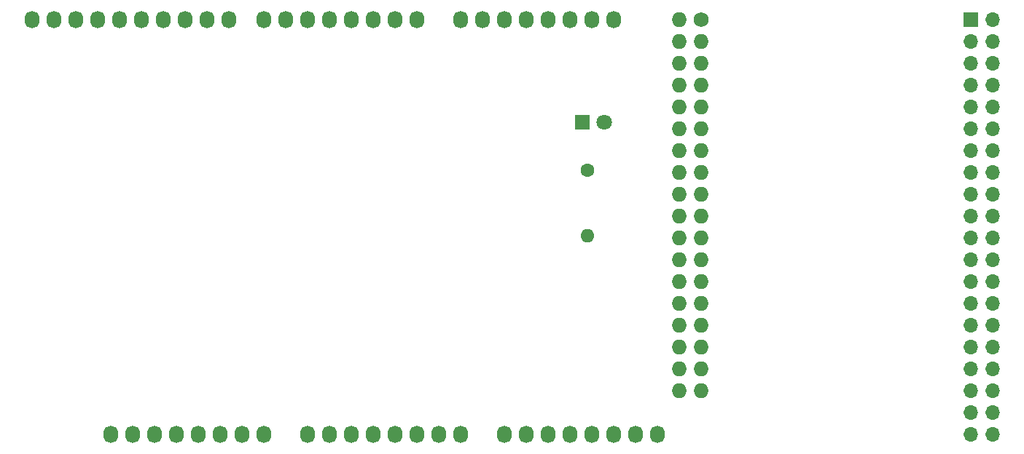
<source format=gbr>
%TF.GenerationSoftware,KiCad,Pcbnew,6.0.2+dfsg-1*%
%TF.CreationDate,2022-06-12T22:28:19-04:00*%
%TF.ProjectId,kim1-earthpeople,6b696d31-2d65-4617-9274-6870656f706c,rev?*%
%TF.SameCoordinates,Original*%
%TF.FileFunction,Soldermask,Bot*%
%TF.FilePolarity,Negative*%
%FSLAX46Y46*%
G04 Gerber Fmt 4.6, Leading zero omitted, Abs format (unit mm)*
G04 Created by KiCad (PCBNEW 6.0.2+dfsg-1) date 2022-06-12 22:28:19*
%MOMM*%
%LPD*%
G01*
G04 APERTURE LIST*
%ADD10O,1.727200X2.032000*%
%ADD11O,1.727200X1.727200*%
%ADD12C,1.727200*%
%ADD13C,1.600000*%
%ADD14O,1.600000X1.600000*%
%ADD15R,1.800000X1.800000*%
%ADD16C,1.800000*%
%ADD17R,1.700000X1.700000*%
%ADD18O,1.700000X1.700000*%
G04 APERTURE END LIST*
D10*
%TO.C,P2*%
X131318000Y-119126000D03*
X133858000Y-119126000D03*
X136398000Y-119126000D03*
X138938000Y-119126000D03*
X141478000Y-119126000D03*
X144018000Y-119126000D03*
X146558000Y-119126000D03*
X149098000Y-119126000D03*
%TD*%
%TO.C,P3*%
X154178000Y-119126000D03*
X156718000Y-119126000D03*
X159258000Y-119126000D03*
X161798000Y-119126000D03*
X164338000Y-119126000D03*
X166878000Y-119126000D03*
X169418000Y-119126000D03*
X171958000Y-119126000D03*
%TD*%
%TO.C,P4*%
X177038000Y-119126000D03*
X179578000Y-119126000D03*
X182118000Y-119126000D03*
X184658000Y-119126000D03*
X187198000Y-119126000D03*
X189738000Y-119126000D03*
X192278000Y-119126000D03*
X194818000Y-119126000D03*
%TD*%
%TO.C,P5*%
X145034000Y-70866000D03*
X142494000Y-70866000D03*
X139954000Y-70866000D03*
X137414000Y-70866000D03*
X134874000Y-70866000D03*
X132334000Y-70866000D03*
X129794000Y-70866000D03*
X127254000Y-70866000D03*
X124714000Y-70866000D03*
X122174000Y-70866000D03*
%TD*%
%TO.C,P6*%
X166878000Y-70866000D03*
X164338000Y-70866000D03*
X161798000Y-70866000D03*
X159258000Y-70866000D03*
X156718000Y-70866000D03*
X154178000Y-70866000D03*
X151638000Y-70866000D03*
X149098000Y-70866000D03*
%TD*%
%TO.C,P7*%
X189738000Y-70866000D03*
X187198000Y-70866000D03*
X184658000Y-70866000D03*
X182118000Y-70866000D03*
X179578000Y-70866000D03*
X177038000Y-70866000D03*
X174498000Y-70866000D03*
X171958000Y-70866000D03*
%TD*%
D11*
%TO.C,J101*%
X197358000Y-70866000D03*
D12*
X199898000Y-70866000D03*
D11*
X197358000Y-73406000D03*
X199898000Y-73406000D03*
X197358000Y-75946000D03*
X199898000Y-75946000D03*
X197358000Y-78486000D03*
X199898000Y-78486000D03*
X197358000Y-81026000D03*
X199898000Y-81026000D03*
X197358000Y-83566000D03*
X199898000Y-83566000D03*
X197358000Y-86106000D03*
X199898000Y-86106000D03*
X197358000Y-88646000D03*
X199898000Y-88646000D03*
X197358000Y-91186000D03*
X199898000Y-91186000D03*
X197358000Y-93726000D03*
X199898000Y-93726000D03*
X197358000Y-96266000D03*
X199898000Y-96266000D03*
X197358000Y-98806000D03*
X199898000Y-98806000D03*
X197358000Y-101346000D03*
X199898000Y-101346000D03*
X197358000Y-103886000D03*
X199898000Y-103886000D03*
X197358000Y-106426000D03*
X199898000Y-106426000D03*
X197358000Y-108966000D03*
X199898000Y-108966000D03*
X197358000Y-111506000D03*
X199898000Y-111506000D03*
X197358000Y-114046000D03*
X199898000Y-114046000D03*
%TD*%
D13*
%TO.C,R101*%
X186700000Y-88400000D03*
D14*
X186700000Y-96020000D03*
%TD*%
D15*
%TO.C,D101*%
X186125000Y-82800000D03*
D16*
X188665000Y-82800000D03*
%TD*%
D17*
%TO.C,J102*%
X231225000Y-70875000D03*
D18*
X233765000Y-70875000D03*
X231225000Y-73415000D03*
X233765000Y-73415000D03*
X231225000Y-75955000D03*
X233765000Y-75955000D03*
X231225000Y-78495000D03*
X233765000Y-78495000D03*
X231225000Y-81035000D03*
X233765000Y-81035000D03*
X231225000Y-83575000D03*
X233765000Y-83575000D03*
X231225000Y-86115000D03*
X233765000Y-86115000D03*
X231225000Y-88655000D03*
X233765000Y-88655000D03*
X231225000Y-91195000D03*
X233765000Y-91195000D03*
X231225000Y-93735000D03*
X233765000Y-93735000D03*
X231225000Y-96275000D03*
X233765000Y-96275000D03*
X231225000Y-98815000D03*
X233765000Y-98815000D03*
X231225000Y-101355000D03*
X233765000Y-101355000D03*
X231225000Y-103895000D03*
X233765000Y-103895000D03*
X231225000Y-106435000D03*
X233765000Y-106435000D03*
X231225000Y-108975000D03*
X233765000Y-108975000D03*
X231225000Y-111515000D03*
X233765000Y-111515000D03*
X231225000Y-114055000D03*
X233765000Y-114055000D03*
X231225000Y-116595000D03*
X233765000Y-116595000D03*
X231225000Y-119135000D03*
X233765000Y-119135000D03*
%TD*%
M02*

</source>
